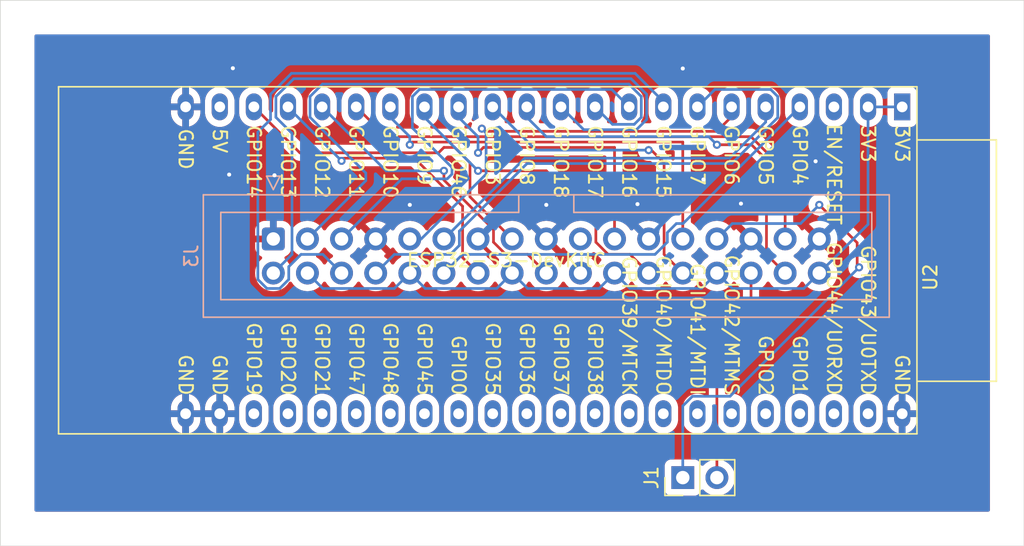
<source format=kicad_pcb>
(kicad_pcb (version 20240108) (generator "pcbnew") (generator_version "8.0")
  (layers (0 "F.Cu" signal) (31 "B.Cu" signal) (34 "B.Paste" user) (35 "F.Paste" user) (36 "B.SilkS" user "B.Silkscreen") (37 "F.SilkS" user "F.Silkscreen") (38 "B.Mask" user) (39 "F.Mask" user) (44 "Edge.Cuts" user))
  (net 0 "")
  (net 1 "J1-2")
  (net 2 "J1-1")
  (net 3 "GND")
  (net 4 "VCC")
  (net 5 "D8")
  (net 6 "P23")
  (net 7 "D5")
  (net 8 "D7")
  (net 9 "P8")
  (net 10 "P16")
  (net 11 "D4")
  (net 12 "D1")
  (net 13 "P28")
  (net 14 "P19")
  (net 15 "P13")
  (net 16 "P26")
  (net 17 "P11")
  (net 18 "D6")
  (net 19 "D3")
  (net 20 "D2")
  (net 21 "P22")
  (footprint "Connector_PinHeader_2.54mm:PinHeader_1x02_P2.54mm_Vertical" (layer "F.Cu") (at 127 91.44 90)
    (property "Reference" "J1" (at 0 -2.33 90) (layer "F.SilkS"))
    (property "Value" "2pin")
    (fp_line (start -1.33 -1.33) (end 0 -1.33) (stroke (width 0.12)) (layer "F.SilkS"))
    (fp_line (start -1.33 0) (end -1.33 -1.33) (stroke (width 0.12)) (layer "F.SilkS"))
    (fp_line (start 1.33 1.27) (end 1.33 3.87) (stroke (width 0.12)) (layer "F.SilkS"))
    (fp_line (start -1.33 1.27) (end 1.33 1.27) (stroke (width 0.12)) (layer "F.SilkS"))
    (fp_line (start -1.33 1.27) (end -1.33 3.87) (stroke (width 0.12)) (layer "F.SilkS"))
    (fp_line (start -1.33 3.87) (end 1.33 3.87) (stroke (width 0.12)) (layer "F.SilkS"))
    (pad "1" thru_hole rect (at 0 0 90) (size 1.7 1.7) (drill 1) (layers "*.Cu" "*.Mask") (net 2 "J1-1"))
    (pad "2" thru_hole oval (at 0 2.54 90) (size 1.7 1.7) (drill 1) (layers "*.Cu" "*.Mask") (net 1 "J1-2"))
  )
  (footprint "PCM_Espressif:ESP32-S3-DevKitC" (layer "F.Cu") (at 143.33188 63.82 -90)
    (property "Reference" "U2" (at 12.7 -2.1 90) (layer "F.SilkS"))
    (property "Value" "ESP32-S3-DevKitC" (at 11.42632 29.46128 0) (layer "F.SilkS"))
    (fp_line (start -1.5 62.79728) (end 24.359999 62.79728) (stroke (width 0.12)) (layer "F.SilkS"))
    (fp_line (start 24.359999 62.79728) (end 24.36 -1.1) (stroke (width 0.12)) (layer "F.SilkS"))
    (fp_line (start -1.499999 -1.1) (end -1.5 62.79728) (stroke (width 0.12)) (layer "F.SilkS"))
    (fp_line (start 24.36 -1.1) (end -1.499999 -1.1) (stroke (width 0.12)) (layer "F.SilkS"))
    (fp_line (start 2.46012 -1.12032) (end 2.46012 -7.01312) (stroke (width 0.12)) (layer "F.SilkS"))
    (fp_line (start 2.46012 -7.01312) (end 20.44332 -7.01312) (stroke (width 0.12)) (layer "F.SilkS"))
    (fp_line (start 20.44332 -7.01312) (end 20.44332 -1.12032) (stroke (width 0.12)) (layer "F.SilkS"))
    (fp_text user "GPIO45" (at 21.59 35.56 -90) (layer "F.SilkS") (effects (justify right)))
    (fp_text user "GPIO0" (at 21.59 33.02 -90) (layer "F.SilkS") (effects (justify right)))
    (fp_text user "EN/RESET" (at 8.88632 5.07728 -90) (layer "F.SilkS") (effects (justify right)))
    (fp_text user "GPIO17" (at 1.27 22.86 -90) (layer "F.SilkS") (effects (justify left)))
    (fp_text user "GPIO5" (at 1.27 10.16 -90) (layer "F.SilkS") (effects (justify left)))
    (fp_text user "GPIO4" (at 1.27 7.62 -90) (layer "F.SilkS") (effects (justify left)))
    (fp_text user "GPIO16" (at 1.27 20.32 -90) (layer "F.SilkS") (effects (justify left)))
    (fp_text user "GPIO38" (at 21.59 22.86 -90) (layer "F.SilkS") (effects (justify right)))
    (fp_text user "GPIO3" (at 1.27 30.48 -90) (layer "F.SilkS") (effects (justify left)))
    (fp_text user "GPIO36" (at 21.59 27.94 -90) (layer "F.SilkS") (effects (justify right)))
    (fp_text user "GPIO35" (at 21.59 30.48 -90) (layer "F.SilkS") (effects (justify right)))
    (fp_text user "GND" (at 1.52032 53.33728 -90) (layer "F.SilkS") (effects (justify left)))
    (fp_text user "GPIO20" (at 21.59 45.72 -90) (layer "F.SilkS") (effects (justify right)))
    (fp_text user "GPIO18" (at 1.27 25.4 -90) (layer "F.SilkS") (effects (justify left)))
    (fp_text user "GPIO9" (at 1.27 35.56 -90) (layer "F.SilkS") (effects (justify left)))
    (fp_text user "GPIO46" (at 1.27 33.02 -90) (layer "F.SilkS") (effects (justify left)))
    (fp_text user "3V3" (at 1.27 0 -90) (layer "F.SilkS") (effects (justify left)))
    (fp_text user "GND" (at 21.59 0 -90) (layer "F.SilkS") (effects (justify right)))
    (fp_text user "GPIO41/MTDI" (at 21.59 15.24 -90) (layer "F.SilkS") (effects (justify right)))
    (fp_text user "GPIO7" (at 1.27 15.24 -90) (layer "F.SilkS") (effects (justify left)))
    (fp_text user "GPIO47" (at 21.59 40.64 -90) (layer "F.SilkS") (effects (justify right)))
    (fp_text user "GPIO48" (at 21.59 38.1 -90) (layer "F.SilkS") (effects (justify right)))
    (fp_text user "GPIO11" (at 1.27 40.64 -90) (layer "F.SilkS") (effects (justify left)))
    (fp_text user "GPIO37" (at 21.59 25.4 -90) (layer "F.SilkS") (effects (justify right)))
    (fp_text user "3V3" (at 1.27 2.54 -90) (layer "F.SilkS") (effects (justify left)))
    (fp_text user "GPIO8" (at 1.27 27.94 -90) (layer "F.SilkS") (effects (justify left)))
    (fp_text user "GND" (at 21.59 50.8 -90) (layer "F.SilkS") (effects (justify right)))
    (fp_text user "GPIO40/MTDO" (at 21.59 17.78 -90) (layer "F.SilkS") (effects (justify right)))
    (fp_text user "GPIO44/U0RXD" (at 21.59 5.08 -90) (layer "F.SilkS") (effects (justify right)))
    (fp_text user "GPIO2" (at 21.59 10.16 -90) (layer "F.SilkS") (effects (justify right)))
    (fp_text user "GPIO15" (at 1.27 17.78 -90) (layer "F.SilkS") (effects (justify left)))
    (fp_text user "GPIO19" (at 21.59 48.26 -90) (layer "F.SilkS") (effects (justify right)))
    (fp_text user "GPIO21" (at 21.59 43.18 -90) (layer "F.SilkS") (effects (justify right)))
    (fp_text user "5V" (at 1.52032 50.79728 -90) (layer "F.SilkS") (effects (justify left)))
    (fp_text user "GPIO6" (at 1.27 12.7 -90) (layer "F.SilkS") (effects (justify left)))
    (fp_text user "GND" (at 21.59 53.34 -90) (layer "F.SilkS") (effects (justify right)))
    (fp_text user "GPIO10" (at 1.27 38.1 -90) (layer "F.SilkS") (effects (justify left)))
    (fp_text user "GPIO14" (at 1.27 48.26 -90) (layer "F.SilkS") (effects (justify left)))
    (fp_text user "GPIO1" (at 21.59 7.62 -90) (layer "F.SilkS") (effects (justify right)))
    (fp_text user "GPIO42/MTMS" (at 21.59 12.7 -90) (layer "F.SilkS") (effects (justify right)))
    (fp_text user "GPIO13" (at 1.27 45.72 -90) (layer "F.SilkS") (effects (justify left)))
    (fp_text user "GPIO12" (at 1.27 43.18 -90) (layer "F.SilkS") (effects (justify left)))
    (fp_text user "GPIO43/U0TXD" (at 21.59 2.54 -90) (layer "F.SilkS") (effects (justify right)))
    (fp_text user "GPIO39/MTCK" (at 21.59 20.32 -90) (layer "F.SilkS") (effects (justify right)))
    (pad "1" thru_hole rect (at 0 0 180) (size 1.2 2) (drill 0.8) (layers "*.Cu" "*.Mask") (net 4 "VCC"))
    (pad "2" thru_hole oval (at 0 2.54 180) (size 1.2 2) (drill 0.8) (layers "*.Cu" "*.Mask") (net 4 "VCC"))
    (pad "3" thru_hole oval (at 0 5.08 180) (size 1.2 2) (drill 0.8) (layers "*.Cu" "*.Mask"))
    (pad "4" thru_hole oval (at 0 7.62 180) (size 1.2 2) (drill 0.8) (layers "*.Cu" "*.Mask") (net 12 "D1"))
    (pad "5" thru_hole oval (at 0 10.16 180) (size 1.2 2) (drill 0.8) (layers "*.Cu" "*.Mask") (net 20 "D2"))
    (pad "6" thru_hole oval (at 0 12.7 180) (size 1.2 2) (drill 0.8) (layers "*.Cu" "*.Mask") (net 19 "D3"))
    (pad "7" thru_hole oval (at 0 15.24 180) (size 1.2 2) (drill 0.8) (layers "*.Cu" "*.Mask") (net 11 "D4"))
    (pad "8" thru_hole oval (at 0 17.78 180) (size 1.2 2) (drill 0.8) (layers "*.Cu" "*.Mask") (net 7 "D5"))
    (pad "9" thru_hole oval (at 0 20.32 180) (size 1.2 2) (drill 0.8) (layers "*.Cu" "*.Mask") (net 18 "D6"))
    (pad "10" thru_hole oval (at 0 22.86 180) (size 1.2 2) (drill 0.8) (layers "*.Cu" "*.Mask") (net 8 "D7"))
    (pad "11" thru_hole oval (at 0 25.4 180) (size 1.2 2) (drill 0.8) (layers "*.Cu" "*.Mask") (net 5 "D8"))
    (pad "12" thru_hole oval (at 0 27.94 180) (size 1.2 2) (drill 0.8) (layers "*.Cu" "*.Mask") (net 14 "P19"))
    (pad "13" thru_hole oval (at 0 30.48 180) (size 1.2 2) (drill 0.8) (layers "*.Cu" "*.Mask") (net 21 "P22"))
    (pad "14" thru_hole oval (at 0 33.02 180) (size 1.2 2) (drill 0.8) (layers "*.Cu" "*.Mask") (net 17 "P11"))
    (pad "15" thru_hole oval (at 0 35.56 180) (size 1.2 2) (drill 0.8) (layers "*.Cu" "*.Mask") (net 6 "P23"))
    (pad "16" thru_hole oval (at 0 38.1 180) (size 1.2 2) (drill 0.8) (layers "*.Cu" "*.Mask") (net 15 "P13"))
    (pad "17" thru_hole oval (at 0 40.64 180) (size 1.2 2) (drill 0.8) (layers "*.Cu" "*.Mask") (net 10 "P16"))
    (pad "18" thru_hole oval (at 0 43.18 180) (size 1.2 2) (drill 0.8) (layers "*.Cu" "*.Mask") (net 16 "P26"))
    (pad "19" thru_hole oval (at 0 45.72 180) (size 1.2 2) (drill 0.8) (layers "*.Cu" "*.Mask") (net 13 "P28"))
    (pad "20" thru_hole oval (at -0.00368 48.25728 180) (size 1.2 2) (drill 0.8) (layers "*.Cu" "*.Mask") (net 9 "P8"))
    (pad "21" thru_hole oval (at -0.00368 50.79728 180) (size 1.2 2) (drill 0.8) (layers "*.Cu" "*.Mask"))
    (pad "22" thru_hole oval (at -0.00368 53.33728 180) (size 1.2 2) (drill 0.8) (layers "*.Cu" "*.Mask") (net 3 "GND"))
    (pad "23" thru_hole oval (at 22.86 53.34 180) (size 1.2 2) (drill 0.8) (layers "*.Cu" "*.Mask") (net 3 "GND"))
    (pad "24" thru_hole oval (at 22.86 50.8 180) (size 1.2 2) (drill 0.8) (layers "*.Cu" "*.Mask") (net 3 "GND"))
    (pad "25" thru_hole oval (at 22.86 48.26 180) (size 1.2 2) (drill 0.8) (layers "*.Cu" "*.Mask"))
    (pad "26" thru_hole oval (at 22.86 45.72 180) (size 1.2 2) (drill 0.8) (layers "*.Cu" "*.Mask"))
    (pad "27" thru_hole oval (at 22.86 43.18 180) (size 1.2 2) (drill 0.8) (layers "*.Cu" "*.Mask"))
    (pad "28" thru_hole oval (at 22.86 40.64 180) (size 1.2 2) (drill 0.8) (layers "*.Cu" "*.Mask"))
    (pad "29" thru_hole oval (at 22.86 38.1 180) (size 1.2 2) (drill 0.8) (layers "*.Cu" "*.Mask"))
    (pad "30" thru_hole oval (at 22.86 35.56 180) (size 1.2 2) (drill 0.8) (layers "*.Cu" "*.Mask"))
    (pad "31" thru_hole oval (at 22.86 33.02 180) (size 1.2 2) (drill 0.8) (layers "*.Cu" "*.Mask"))
    (pad "32" thru_hole oval (at 22.86 30.48 180) (size 1.2 2) (drill 0.8) (layers "*.Cu" "*.Mask"))
    (pad "33" thru_hole oval (at 22.86 27.94 180) (size 1.2 2) (drill 0.8) (layers "*.Cu" "*.Mask"))
    (pad "34" thru_hole oval (at 22.86 25.4 180) (size 1.2 2) (drill 0.8) (layers "*.Cu" "*.Mask"))
    (pad "35" thru_hole oval (at 22.86 22.86 180) (size 1.2 2) (drill 0.8) (layers "*.Cu" "*.Mask"))
    (pad "36" thru_hole oval (at 22.86 20.32 180) (size 1.2 2) (drill 0.8) (layers "*.Cu" "*.Mask"))
    (pad "37" thru_hole oval (at 22.86 17.78 180) (size 1.2 2) (drill 0.8) (layers "*.Cu" "*.Mask"))
    (pad "38" thru_hole oval (at 22.86 15.24 180) (size 1.2 2) (drill 0.8) (layers "*.Cu" "*.Mask"))
    (pad "39" thru_hole oval (at 22.86 12.7 180) (size 1.2 2) (drill 0.8) (layers "*.Cu" "*.Mask"))
    (pad "40" thru_hole oval (at 22.86 10.16 180) (size 1.2 2) (drill 0.8) (layers "*.Cu" "*.Mask"))
    (pad "41" thru_hole oval (at 22.86 7.62 180) (size 1.2 2) (drill 0.8) (layers "*.Cu" "*.Mask"))
    (pad "42" thru_hole oval (at 22.86 5.08 180) (size 1.2 2) (drill 0.8) (layers "*.Cu" "*.Mask"))
    (pad "43" thru_hole oval (at 22.86 2.54 180) (size 1.2 2) (drill 0.8) (layers "*.Cu" "*.Mask"))
    (pad "44" thru_hole oval (at 22.86 0 180) (size 1.2 2) (drill 0.8) (layers "*.Cu" "*.Mask") (net 3 "GND"))
  )
  (footprint "Connector_IDC:IDC-Header_2x17_P2.54mm_Vertical" (layer "B.Cu") (at 96.52 73.66 -90)
    (property "Reference" "J3" (at 1.27 6.1 90) (layer "B.SilkS") (effects (justify mirror)))
    (property "Value" "Conn_02x17_Odd_Even")
    (fp_line (start -3.29 5.21) (end -3.29 -45.85) (stroke (width 0.12)) (layer "B.SilkS"))
    (fp_line (start 5.83 5.21) (end -3.29 5.21) (stroke (width 0.12)) (layer "B.SilkS"))
    (fp_line (start -1.98 3.91) (end -1.98 -18.27) (stroke (width 0.12)) (layer "B.SilkS"))
    (fp_line (start 4.52 3.91) (end -1.98 3.91) (stroke (width 0.12)) (layer "B.SilkS"))
    (fp_line (start -4.68 0.5) (end -3.68 0) (stroke (width 0.12)) (layer "B.SilkS"))
    (fp_line (start -3.68 0) (end -4.68 -0.5) (stroke (width 0.12)) (layer "B.SilkS"))
    (fp_line (start -4.68 -0.5) (end -4.68 0.5) (stroke (width 0.12)) (layer "B.SilkS"))
    (fp_line (start -1.98 -18.27) (end -3.29 -18.27) (stroke (width 0.12)) (layer "B.SilkS"))
    (fp_line (start -3.29 -22.37) (end -1.98 -22.37) (stroke (width 0.12)) (layer "B.SilkS"))
    (fp_line (start -1.98 -22.37) (end -1.98 -22.37) (stroke (width 0.12)) (layer "B.SilkS"))
    (fp_line (start -1.98 -22.37) (end -1.98 -44.55) (stroke (width 0.12)) (layer "B.SilkS"))
    (fp_line (start -1.98 -44.55) (end 4.52 -44.55) (stroke (width 0.12)) (layer "B.SilkS"))
    (fp_line (start 4.52 -44.55) (end 4.52 3.91) (stroke (width 0.12)) (layer "B.SilkS"))
    (fp_line (start -3.29 -45.85) (end 5.83 -45.85) (stroke (width 0.12)) (layer "B.SilkS"))
    (fp_line (start 5.83 -45.85) (end 5.83 5.21) (stroke (width 0.12)) (layer "B.SilkS"))
    (pad "1" thru_hole roundrect (at 0 0 270) (size 1.7 1.7) (drill 1) (layers "*.Cu" "*.Mask") (roundrect_rratio 0.147059) (net 3 "GND"))
    (pad "2" thru_hole circle (at 2.54 0 270) (size 1.7 1.7) (drill 1) (layers "*.Cu" "*.Mask") (net 5 "D8"))
    (pad "3" thru_hole circle (at 0 -2.54 270) (size 1.7 1.7) (drill 1) (layers "*.Cu" "*.Mask") (net 8 "D7"))
    (pad "4" thru_hole circle (at 2.54 -2.54 270) (size 1.7 1.7) (drill 1) (layers "*.Cu" "*.Mask") (net 4 "VCC"))
    (pad "5" thru_hole circle (at 0 -5.08 270) (size 1.7 1.7) (drill 1) (layers "*.Cu" "*.Mask") (net 18 "D6"))
    (pad "6" thru_hole circle (at 2.54 -5.08 270) (size 1.7 1.7) (drill 1) (layers "*.Cu" "*.Mask") (net 7 "D5"))
    (pad "7" thru_hole circle (at 0 -7.62 270) (size 1.7 1.7) (drill 1) (layers "*.Cu" "*.Mask") (net 3 "GND"))
    (pad "8" thru_hole circle (at 2.54 -7.62 270) (size 1.7 1.7) (drill 1) (layers "*.Cu" "*.Mask") (net 11 "D4"))
    (pad "9" thru_hole circle (at 0 -10.16 270) (size 1.7 1.7) (drill 1) (layers "*.Cu" "*.Mask") (net 19 "D3"))
    (pad "10" thru_hole circle (at 2.54 -10.16 270) (size 1.7 1.7) (drill 1) (layers "*.Cu" "*.Mask") (net 4 "VCC"))
    (pad "11" thru_hole circle (at 0 -12.7 270) (size 1.7 1.7) (drill 1) (layers "*.Cu" "*.Mask") (net 20 "D2"))
    (pad "12" thru_hole circle (at 2.54 -12.7 270) (size 1.7 1.7) (drill 1) (layers "*.Cu" "*.Mask") (net 12 "D1"))
    (pad "13" thru_hole circle (at 0 -15.24 270) (size 1.7 1.7) (drill 1) (layers "*.Cu" "*.Mask") (net 3 "GND"))
    (pad "14" thru_hole circle (at 2.54 -15.24 270) (size 1.7 1.7) (drill 1) (layers "*.Cu" "*.Mask") (net 13 "P28"))
    (pad "15" thru_hole circle (at 0 -17.78 270) (size 1.7 1.7) (drill 1) (layers "*.Cu" "*.Mask") (net 9 "P8"))
    (pad "16" thru_hole circle (at 2.54 -17.78 270) (size 1.7 1.7) (drill 1) (layers "*.Cu" "*.Mask") (net 4 "VCC"))
    (pad "17" thru_hole circle (at 0 -20.32 270) (size 1.7 1.7) (drill 1) (layers "*.Cu" "*.Mask") (net 3 "GND"))
    (pad "18" thru_hole circle (at 2.54 -20.32 270) (size 1.7 1.7) (drill 1) (layers "*.Cu" "*.Mask") (net 16 "P26"))
    (pad "19" thru_hole circle (at 0 -22.86 270) (size 1.7 1.7) (drill 1) (layers "*.Cu" "*.Mask"))
    (pad "20" thru_hole circle (at 2.54 -22.86 270) (size 1.7 1.7) (drill 1) (layers "*.Cu" "*.Mask"))
    (pad "21" thru_hole circle (at 0 -25.4 270) (size 1.7 1.7) (drill 1) (layers "*.Cu" "*.Mask") (net 17 "P11"))
    (pad "22" thru_hole circle (at 2.54 -25.4 270) (size 1.7 1.7) (drill 1) (layers "*.Cu" "*.Mask") (net 4 "VCC"))
    (pad "23" thru_hole circle (at 0 -27.94 270) (size 1.7 1.7) (drill 1) (layers "*.Cu" "*.Mask") (net 3 "GND"))
    (pad "24" thru_hole circle (at 2.54 -27.94 270) (size 1.7 1.7) (drill 1) (layers "*.Cu" "*.Mask") (net 6 "P23"))
    (pad "25" thru_hole circle (at 0 -30.48 270) (size 1.7 1.7) (drill 1) (layers "*.Cu" "*.Mask") (net 15 "P13"))
    (pad "26" thru_hole circle (at 2.54 -30.48 270) (size 1.7 1.7) (drill 1) (layers "*.Cu" "*.Mask") (net 21 "P22"))
    (pad "27" thru_hole circle (at 0 -33.02 270) (size 1.7 1.7) (drill 1) (layers "*.Cu" "*.Mask") (net 2 "J1-1"))
    (pad "28" thru_hole circle (at 2.54 -33.02 270) (size 1.7 1.7) (drill 1) (layers "*.Cu" "*.Mask") (net 4 "VCC"))
    (pad "29" thru_hole circle (at 0 -35.56 270) (size 1.7 1.7) (drill 1) (layers "*.Cu" "*.Mask") (net 3 "GND"))
    (pad "30" thru_hole circle (at 2.54 -35.56 270) (size 1.7 1.7) (drill 1) (layers "*.Cu" "*.Mask") (net 1 "J1-2"))
    (pad "31" thru_hole circle (at 0 -38.1 270) (size 1.7 1.7) (drill 1) (layers "*.Cu" "*.Mask") (net 10 "P16"))
    (pad "32" thru_hole circle (at 2.54 -38.1 270) (size 1.7 1.7) (drill 1) (layers "*.Cu" "*.Mask") (net 14 "P19"))
    (pad "33" thru_hole circle (at 0 -40.64 270) (size 1.7 1.7) (drill 1) (layers "*.Cu" "*.Mask") (net 3 "GND"))
    (pad "34" thru_hole circle (at 2.54 -40.64 270) (size 1.7 1.7) (drill 1) (layers "*.Cu" "*.Mask") (net 4 "VCC"))
  )
  (gr_rect (start 76.2 55.88) (end 152.4 96.52) (stroke (width 0.05)) (fill none) (layer "Edge.Cuts"))
  (segment (start 129.54 91.44) (end 129.54 83.82) (width 0.2) (layer "F.Cu") (net 1))
  (segment (start 129.54 83.82) (end 132.08 81.28) (width 0.2) (layer "F.Cu") (net 1))
  (segment (start 132.08 81.28) (end 132.08 76.2) (width 0.2) (layer "F.Cu") (net 1))
  (segment (start 139.982843 75.917157) (end 140.124265 75.775735) (width 0.2) (layer "F.Cu") (net 2))
  (segment (start 139.982843 73.942843) (end 139.982843 75.917157) (width 0.2) (layer "F.Cu") (net 2))
  (segment (start 137.16 71.12) (end 139.982843 73.942843) (width 0.2) (layer "F.Cu") (net 2))
  (via (at 137.16 71.12) (size 0.6) (drill 0.3) (layers "F.Cu" "B.Cu") (net 2))
  (via (at 140.124265 75.775735) (size 0.6) (drill 0.3) (layers "F.Cu" "B.Cu") (net 2))
  (segment (start 135.77 72.51) (end 137.16 71.12) (width 0.2) (layer "B.Cu") (net 2))
  (segment (start 129.54 73.66) (end 130.69 72.51) (width 0.2) (layer "B.Cu") (net 2))
  (segment (start 127.719088 85.38) (end 127 86.099088) (width 0.2) (layer "B.Cu") (net 2))
  (segment (start 130.69 72.51) (end 135.77 72.51) (width 0.2) (layer "B.Cu") (net 2))
  (segment (start 140.124265 75.775735) (end 130.52 85.38) (width 0.2) (layer "B.Cu") (net 2))
  (segment (start 130.52 85.38) (end 127.719088 85.38) (width 0.2) (layer "B.Cu") (net 2))
  (segment (start 127 86.099088) (end 127 91.44) (width 0.2) (layer "B.Cu") (net 2))
  (segment (start 143.33188 79.83188) (end 143.33188 86.68) (width 0.2) (layer "F.Cu") (net 3))
  (segment (start 124.46 73.66) (end 124.46 74.225685) (width 0.2) (layer "F.Cu") (net 3))
  (via (at 106.68 71.12) (size 0.6) (drill 0.3) (layers "F.Cu" "B.Cu") (net 3))
  (via (at 116.84 71.12) (size 0.6) (drill 0.3) (layers "F.Cu" "B.Cu") (net 3))
  (via (at 136.88748 67.872403) (size 0.6) (drill 0.3) (layers "F.Cu" "B.Cu") (net 3))
  (via (at 93.508234 60.938278) (size 0.6) (drill 0.3) (layers "F.Cu" "B.Cu") (net 3))
  (via (at 93.233208 68.864044) (size 0.6) (drill 0.3) (layers "F.Cu" "B.Cu") (net 3))
  (via (at 123.628724 71.063507) (size 0.6) (drill 0.3) (layers "F.Cu" "B.Cu") (net 3))
  (via (at 128.538871 69.232488) (size 0.6) (drill 0.3) (layers "F.Cu" "B.Cu") (net 3))
  (via (at 96.608534 68.914049) (size 0.6) (drill 0.3) (layers "F.Cu" "B.Cu") (net 3))
  (via (at 131.331387 71.026643) (size 0.6) (drill 0.3) (layers "F.Cu" "B.Cu") (net 3))
  (via (at 127 60.96) (size 0.6) (drill 0.3) (layers "F.Cu" "B.Cu") (net 3))
  (segment (start 130.69 77.35) (end 129.54 76.2) (width 0.2) (layer "B.Cu") (net 4))
  (segment (start 143.33188 63.82) (end 140.79188 63.82) (width 0.2) (layer "B.Cu") (net 4))
  (segment (start 123.07 77.35) (end 121.92 76.2) (width 0.2) (layer "B.Cu") (net 4))
  (segment (start 114.3 76.2) (end 113.15 77.35) (width 0.2) (layer "B.Cu") (net 4))
  (segment (start 128.39 77.35) (end 123.07 77.35) (width 0.2) (layer "B.Cu") (net 4))
  (segment (start 140.79188 63.82) (end 140.79188 72.56812) (width 0.2) (layer "B.Cu") (net 4))
  (segment (start 115.45 77.35) (end 114.3 76.2) (width 0.2) (layer "B.Cu") (net 4))
  (segment (start 136.01 77.35) (end 130.69 77.35) (width 0.2) (layer "B.Cu") (net 4))
  (segment (start 140.79188 72.56812) (end 137.16 76.2) (width 0.2) (layer "B.Cu") (net 4))
  (segment (start 120.77 77.35) (end 115.45 77.35) (width 0.2) (layer "B.Cu") (net 4))
  (segment (start 137.16 76.2) (end 136.01 77.35) (width 0.2) (layer "B.Cu") (net 4))
  (segment (start 105.53 77.35) (end 100.21 77.35) (width 0.2) (layer "B.Cu") (net 4))
  (segment (start 106.68 76.2) (end 105.53 77.35) (width 0.2) (layer "B.Cu") (net 4))
  (segment (start 129.54 76.2) (end 128.39 77.35) (width 0.2) (layer "B.Cu") (net 4))
  (segment (start 121.92 76.2) (end 120.77 77.35) (width 0.2) (layer "B.Cu") (net 4))
  (segment (start 100.21 77.35) (end 99.06 76.2) (width 0.2) (layer "B.Cu") (net 4))
  (segment (start 107.83 77.35) (end 106.68 76.2) (width 0.2) (layer "B.Cu") (net 4))
  (segment (start 113.15 77.35) (end 107.83 77.35) (width 0.2) (layer "B.Cu") (net 4))
  (segment (start 96.52 76.2) (end 97.91 74.81) (width 0.2) (layer "B.Cu") (net 5))
  (segment (start 119.63188 65.52) (end 117.93188 63.82) (width 0.2) (layer "B.Cu") (net 5))
  (segment (start 97.91 74.81) (end 97.91 65.790912) (width 0.2) (layer "B.Cu") (net 5))
  (segment (start 98.039088 61.72) (end 123.150358 61.72) (width 0.2) (layer "B.Cu") (net 5))
  (segment (start 123.550358 65.52) (end 119.63188 65.52) (width 0.2) (layer "B.Cu") (net 5))
  (segment (start 96.71188 63.047208) (end 98.039088 61.72) (width 0.2) (layer "B.Cu") (net 5))
  (segment (start 97.91 65.790912) (end 96.71188 64.592792) (width 0.2) (layer "B.Cu") (net 5))
  (segment (start 96.71188 64.592792) (end 96.71188 63.047208) (width 0.2) (layer "B.Cu") (net 5))
  (segment (start 124.31188 64.758478) (end 123.550358 65.52) (width 0.2) (layer "B.Cu") (net 5))
  (segment (start 123.150358 61.72) (end 124.31188 62.881522) (width 0.2) (layer "B.Cu") (net 5))
  (segment (start 124.31188 62.881522) (end 124.31188 64.758478) (width 0.2) (layer "B.Cu") (net 5))
  (segment (start 120.53 73.896346) (end 120.53 72.27) (width 0.2) (layer "F.Cu") (net 6))
  (segment (start 123.07 74.81) (end 121.443654 74.81) (width 0.2) (layer "F.Cu") (net 6))
  (segment (start 120.53 72.27) (end 116.84 68.58) (width 0.2) (layer "F.Cu") (net 6))
  (segment (start 124.46 76.2) (end 123.07 74.81) (width 0.2) (layer "F.Cu") (net 6))
  (segment (start 121.443654 74.81) (end 120.53 73.896346) (width 0.2) (layer "F.Cu") (net 6))
  (segment (start 116.84 68.58) (end 111.76 68.58) (width 0.2) (layer "F.Cu") (net 6))
  (via (at 111.76 68.58) (size 0.6) (drill 0.3) (layers "F.Cu" "B.Cu") (net 6))
  (segment (start 111.76 68.58) (end 107.77188 64.59188) (width 0.2) (layer "B.Cu") (net 6))
  (segment (start 107.77188 64.59188) (end 107.77188 63.82) (width 0.2) (layer "B.Cu") (net 6))
  (segment (start 96.996346 77.35) (end 96.043654 77.35) (width 0.2) (layer "B.Cu") (net 7))
  (segment (start 97.67 75.723654) (end 97.67 76.676346) (width 0.2) (layer "B.Cu") (net 7))
  (segment (start 95.37 65.700358) (end 96.31188 64.758478) (width 0.2) (layer "B.Cu") (net 7))
  (segment (start 97.67 76.676346) (end 96.996346 77.35) (width 0.2) (layer "B.Cu") (net 7))
  (segment (start 100.21 74.81) (end 98.583654 74.81) (width 0.2) (layer "B.Cu") (net 7))
  (segment (start 125.55188 63.42) (end 125.55188 63.82) (width 0.2) (layer "B.Cu") (net 7))
  (segment (start 96.31188 62.881522) (end 97.873402 61.32) (width 0.2) (layer "B.Cu") (net 7))
  (segment (start 96.31188 64.758478) (end 96.31188 62.881522) (width 0.2) (layer "B.Cu") (net 7))
  (segment (start 95.37 76.676346) (end 95.37 65.700358) (width 0.2) (layer "B.Cu") (net 7))
  (segment (start 96.043654 77.35) (end 95.37 76.676346) (width 0.2) (layer "B.Cu") (net 7))
  (segment (start 101.6 76.2) (end 100.21 74.81) (width 0.2) (layer "B.Cu") (net 7))
  (segment (start 98.583654 74.81) (end 97.67 75.723654) (width 0.2) (layer "B.Cu") (net 7))
  (segment (start 123.45188 61.32) (end 125.55188 63.42) (width 0.2) (layer "B.Cu") (net 7))
  (segment (start 97.873402 61.32) (end 123.45188 61.32) (width 0.2) (layer "B.Cu") (net 7))
  (segment (start 123.91188 63.047208) (end 123.91188 64.592792) (width 0.2) (layer "B.Cu") (net 8))
  (segment (start 99.06 73.66) (end 103.404773 69.315227) (width 0.2) (layer "B.Cu") (net 8))
  (segment (start 123.384672 65.12) (end 121.77188 65.12) (width 0.2) (layer "B.Cu") (net 8))
  (segment (start 100.179088 62.12) (end 122.984672 62.12) (width 0.2) (layer "B.Cu") (net 8))
  (segment (start 121.77188 65.12) (end 120.47188 63.82) (width 0.2) (layer "B.Cu") (net 8))
  (segment (start 103.404773 69.315227) (end 103.404773 68.745685) (width 0.2) (layer "B.Cu") (net 8))
  (segment (start 123.91188 64.592792) (end 123.384672 65.12) (width 0.2) (layer "B.Cu") (net 8))
  (segment (start 99.25188 64.592792) (end 99.25188 63.047208) (width 0.2) (layer "B.Cu") (net 8))
  (segment (start 103.404773 68.745685) (end 99.25188 64.592792) (width 0.2) (layer "B.Cu") (net 8))
  (segment (start 99.25188 63.047208) (end 100.179088 62.12) (width 0.2) (layer "B.Cu") (net 8))
  (segment (start 122.984672 62.12) (end 123.91188 63.047208) (width 0.2) (layer "B.Cu") (net 8))
  (segment (start 111.16 67.98) (end 110.02 66.84) (width 0.2) (layer "F.Cu") (net 9))
  (segment (start 98.49828 67.24) (end 95.0746 63.81632) (width 0.2) (layer "F.Cu") (net 9))
  (segment (start 114.3 73.66) (end 111.16 70.52) (width 0.2) (layer "F.Cu") (net 9))
  (segment (start 110.02 66.84) (end 109.22 66.84) (width 0.2) (layer "F.Cu") (net 9))
  (segment (start 109.22 66.84) (end 108.82 67.24) (width 0.2) (layer "F.Cu") (net 9))
  (segment (start 108.82 67.24) (end 98.49828 67.24) (width 0.2) (layer "F.Cu") (net 9))
  (segment (start 111.16 70.52) (end 111.16 67.98) (width 0.2) (layer "F.Cu") (net 9))
  (segment (start 132.08 66.04) (end 104.91188 66.04) (width 0.2) (layer "F.Cu") (net 10))
  (segment (start 134.62 73.66) (end 134.62 68.58) (width 0.2) (layer "F.Cu") (net 10))
  (segment (start 104.91188 66.04) (end 102.69188 63.82) (width 0.2) (layer "F.Cu") (net 10))
  (segment (start 134.62 68.58) (end 132.08 66.04) (width 0.2) (layer "F.Cu") (net 10))
  (segment (start 134.07188 64.613806) (end 134.07188 63.047208) (width 0.2) (layer "B.Cu") (net 11))
  (segment (start 130.645686 68.04) (end 134.07188 64.613806) (width 0.2) (layer "B.Cu") (net 11))
  (segment (start 105.53 74.81) (end 109.696346 74.81) (width 0.2) (layer "B.Cu") (net 11))
  (segment (start 115.405686 68.04) (end 130.645686 68.04) (width 0.2) (layer "B.Cu") (net 11))
  (segment (start 134.07188 63.047208) (end 133.544672 62.52) (width 0.2) (layer "B.Cu") (net 11))
  (segment (start 110.37 74.136346) (end 110.37 73.075686) (width 0.2) (layer "B.Cu") (net 11))
  (segment (start 133.544672 62.52) (end 129.39188 62.52) (width 0.2) (layer "B.Cu") (net 11))
  (segment (start 104.14 76.2) (end 105.53 74.81) (width 0.2) (layer "B.Cu") (net 11))
  (segment (start 129.39188 62.52) (end 128.09188 63.82) (width 0.2) (layer "B.Cu") (net 11))
  (segment (start 109.696346 74.81) (end 110.37 74.136346) (width 0.2) (layer "B.Cu") (net 11))
  (segment (start 110.37 73.075686) (end 115.405686 68.04) (width 0.2) (layer "B.Cu") (net 11))
  (segment (start 110.61 74.81) (end 124.936346 74.81) (width 0.2) (layer "B.Cu") (net 12))
  (segment (start 125.85 73.896346) (end 125.85 73.183654) (width 0.2) (layer "B.Cu") (net 12))
  (segment (start 126.523654 72.51) (end 127.02188 72.51) (width 0.2) (layer "B.Cu") (net 12))
  (segment (start 124.936346 74.81) (end 125.85 73.896346) (width 0.2) (layer "B.Cu") (net 12))
  (segment (start 125.85 73.183654) (end 126.523654 72.51) (width 0.2) (layer "B.Cu") (net 12))
  (segment (start 109.22 76.2) (end 110.61 74.81) (width 0.2) (layer "B.Cu") (net 12))
  (segment (start 127.02188 72.51) (end 135.71188 63.82) (width 0.2) (layer "B.Cu") (net 12))
  (segment (start 111.76 76.2) (end 110.61 75.05) (width 0.2) (layer "F.Cu") (net 13))
  (segment (start 106.68 67.64) (end 101.8 67.64) (width 0.2) (layer "F.Cu") (net 13))
  (segment (start 101.8 67.64) (end 101.6 67.84) (width 0.2) (layer "F.Cu") (net 13))
  (segment (start 110.61 75.05) (end 110.61 71.225637) (width 0.2) (layer "F.Cu") (net 13))
  (segment (start 110.61 71.225637) (end 107.024363 67.64) (width 0.2) (layer "F.Cu") (net 13))
  (segment (start 107.024363 67.64) (end 106.68 67.64) (width 0.2) (layer "F.Cu") (net 13))
  (via (at 101.6 67.84) (size 0.6) (drill 0.3) (layers "F.Cu" "B.Cu") (net 13))
  (segment (start 97.61188 63.85188) (end 97.61188 63.82) (width 0.2) (layer "B.Cu") (net 13))
  (segment (start 101.6 67.84) (end 97.61188 63.85188) (width 0.2) (layer "B.Cu") (net 13))
  (segment (start 132.114314 66.64) (end 129.54 66.64) (width 0.2) (layer "F.Cu") (net 14))
  (segment (start 134.62 76.2) (end 133.23 74.81) (width 0.2) (layer "F.Cu") (net 14))
  (segment (start 133.23 67.755686) (end 132.114314 66.64) (width 0.2) (layer "F.Cu") (net 14))
  (segment (start 133.23 74.81) (end 133.23 67.755686) (width 0.2) (layer "F.Cu") (net 14))
  (via (at 129.54 66.64) (size 0.6) (drill 0.3) (layers "F.Cu" "B.Cu") (net 14))
  (segment (start 115.39188 64.59188) (end 115.39188 63.82) (width 0.2) (layer "B.Cu") (net 14))
  (segment (start 128.94 66.04) (end 116.84 66.04) (width 0.2) (layer "B.Cu") (net 14))
  (segment (start 129.54 66.64) (end 128.94 66.04) (width 0.2) (layer "B.Cu") (net 14))
  (segment (start 116.84 66.04) (end 115.39188 64.59188) (width 0.2) (layer "B.Cu") (net 14))
  (segment (start 127 73.66) (end 127 66.44) (width 0.2) (layer "F.Cu") (net 15))
  (segment (start 127 66.44) (end 106.88 66.44) (width 0.2) (layer "F.Cu") (net 15))
  (segment (start 106.88 66.44) (end 106.68 66.64) (width 0.2) (layer "F.Cu") (net 15))
  (via (at 106.68 66.64) (size 0.6) (drill 0.3) (layers "F.Cu" "B.Cu") (net 15))
  (segment (start 105.23188 64.59188) (end 105.23188 63.82) (width 0.2) (layer "B.Cu") (net 15))
  (segment (start 106.68 66.04) (end 105.23188 64.59188) (width 0.2) (layer "B.Cu") (net 15))
  (segment (start 106.68 66.64) (end 106.68 66.04) (width 0.2) (layer "B.Cu") (net 15))
  (segment (start 115.45 74.81) (end 113.823654 74.81) (width 0.2) (layer "F.Cu") (net 16))
  (segment (start 113.823654 74.81) (end 112.91 73.896346) (width 0.2) (layer "F.Cu") (net 16))
  (segment (start 112.91 72.959951) (end 109.22 69.269951) (width 0.2) (layer "F.Cu") (net 16))
  (segment (start 112.91 73.896346) (end 112.91 72.959951) (width 0.2) (layer "F.Cu") (net 16))
  (segment (start 109.22 69.269951) (end 109.22 68.58) (width 0.2) (layer "F.Cu") (net 16))
  (segment (start 116.84 76.2) (end 115.45 74.81) (width 0.2) (layer "F.Cu") (net 16))
  (via (at 109.22 68.58) (size 0.6) (drill 0.3) (layers "F.Cu" "B.Cu") (net 16))
  (segment (start 109.22 68.58) (end 104.91188 68.58) (width 0.2) (layer "B.Cu") (net 16))
  (segment (start 104.91188 68.58) (end 100.15188 63.82) (width 0.2) (layer "B.Cu") (net 16))
  (segment (start 112.16 66.84) (end 111.76 67.24) (width 0.2) (layer "F.Cu") (net 17))
  (segment (start 121.92 73.66) (end 121.92 66.84) (width 0.2) (layer "F.Cu") (net 17))
  (segment (start 121.92 66.84) (end 112.16 66.84) (width 0.2) (layer "F.Cu") (net 17))
  (via (at 111.76 67.24) (size 0.6) (drill 0.3) (layers "F.Cu" "B.Cu") (net 17))
  (segment (start 111.76 66.04) (end 110.31188 64.59188) (width 0.2) (layer "B.Cu") (net 17))
  (segment (start 111.76 67.24) (end 111.76 66.04) (width 0.2) (layer "B.Cu") (net 17))
  (segment (start 110.31188 64.59188) (end 110.31188 63.82) (width 0.2) (layer "B.Cu") (net 17))
  (segment (start 121.71188 62.52) (end 123.01188 63.82) (width 0.2) (layer "B.Cu") (net 18))
  (segment (start 107.399088 62.52) (end 121.71188 62.52) (width 0.2) (layer "B.Cu") (net 18))
  (segment (start 109.468529 69.18) (end 109.82 68.828529) (width 0.2) (layer "B.Cu") (net 18))
  (segment (start 109.82 68.828529) (end 109.82 68.331471) (width 0.2) (layer "B.Cu") (net 18))
  (segment (start 109.82 68.331471) (end 106.87188 65.383351) (width 0.2) (layer "B.Cu") (net 18))
  (segment (start 101.6 73.66) (end 106.08 69.18) (width 0.2) (layer "B.Cu") (net 18))
  (segment (start 106.87188 65.383351) (end 106.87188 63.047208) (width 0.2) (layer "B.Cu") (net 18))
  (segment (start 106.87188 63.047208) (end 107.399088 62.52) (width 0.2) (layer "B.Cu") (net 18))
  (segment (start 106.08 69.18) (end 109.468529 69.18) (width 0.2) (layer "B.Cu") (net 18))
  (segment (start 129.54 65.64) (end 130.63188 64.54812) (width 0.2) (layer "F.Cu") (net 19))
  (segment (start 112.242842 65.64) (end 129.54 65.64) (width 0.2) (layer "F.Cu") (net 19))
  (segment (start 112.042842 65.44) (end 112.242842 65.64) (width 0.2) (layer "F.Cu") (net 19))
  (segment (start 130.63188 64.54812) (end 130.63188 63.82) (width 0.2) (layer "F.Cu") (net 19))
  (via (at 112.042842 65.44) (size 0.6) (drill 0.3) (layers "F.Cu" "B.Cu") (net 19))
  (segment (start 107.528529 73.66) (end 112.36 68.828529) (width 0.2) (layer "B.Cu") (net 19))
  (segment (start 106.68 73.66) (end 107.528529 73.66) (width 0.2) (layer "B.Cu") (net 19))
  (segment (start 112.36 65.757158) (end 112.042842 65.44) (width 0.2) (layer "B.Cu") (net 19))
  (segment (start 112.36 68.828529) (end 112.36 65.757158) (width 0.2) (layer "B.Cu") (net 19))
  (segment (start 130.48 67.64) (end 133.17188 64.94812) (width 0.2) (layer "B.Cu") (net 20))
  (segment (start 133.17188 64.94812) (end 133.17188 63.82) (width 0.2) (layer "B.Cu") (net 20))
  (segment (start 109.22 73.66) (end 115.24 67.64) (width 0.2) (layer "B.Cu") (net 20))
  (segment (start 115.24 67.64) (end 130.48 67.64) (width 0.2) (layer "B.Cu") (net 20))
  (segment (start 124.66 67.04) (end 124.46 67.04) (width 0.2) (layer "F.Cu") (net 21))
  (segment (start 127 76.2) (end 125.61 74.81) (width 0.2) (layer "F.Cu") (net 21))
  (segment (start 125.61 74.81) (end 125.61 67.99) (width 0.2) (layer "F.Cu") (net 21))
  (segment (start 125.61 67.99) (end 124.66 67.04) (width 0.2) (layer "F.Cu") (net 21))
  (via (at 124.46 67.04) (size 0.6) (drill 0.3) (layers "F.Cu" "B.Cu") (net 21))
  (segment (start 116.07188 67.04) (end 112.85188 63.82) (width 0.2) (layer "B.Cu") (net 21))
  (segment (start 124.46 67.04) (end 116.07188 67.04) (width 0.2) (layer "B.Cu") (net 21))
  (zone (net 3) (net_name "GND") (layer "F.Cu") (connect_pads (clearance 0.5)) (min_thickness 0.25) (fill yes (thermal_gap 0.5) (thermal_bridge_width 0.5) (island_removal_mode 1) (island_area_min 10))
    (polygon (pts (xy 78.74 58.42) (xy 149.86 58.42) (xy 149.86 93.98) (xy 78.74 93.98)))
  )
  (zone (net 3) (net_name "GND") (layer "B.Cu") (priority 1) (connect_pads (clearance 0.5)) (min_thickness 0.25) (fill yes (thermal_gap 0.5) (thermal_bridge_width 0.5) (island_removal_mode 1) (island_area_min 10))
    (polygon (pts (xy 78.74 58.42) (xy 149.86 58.42) (xy 149.86 93.98) (xy 78.74 93.98)))
  )
)
</source>
